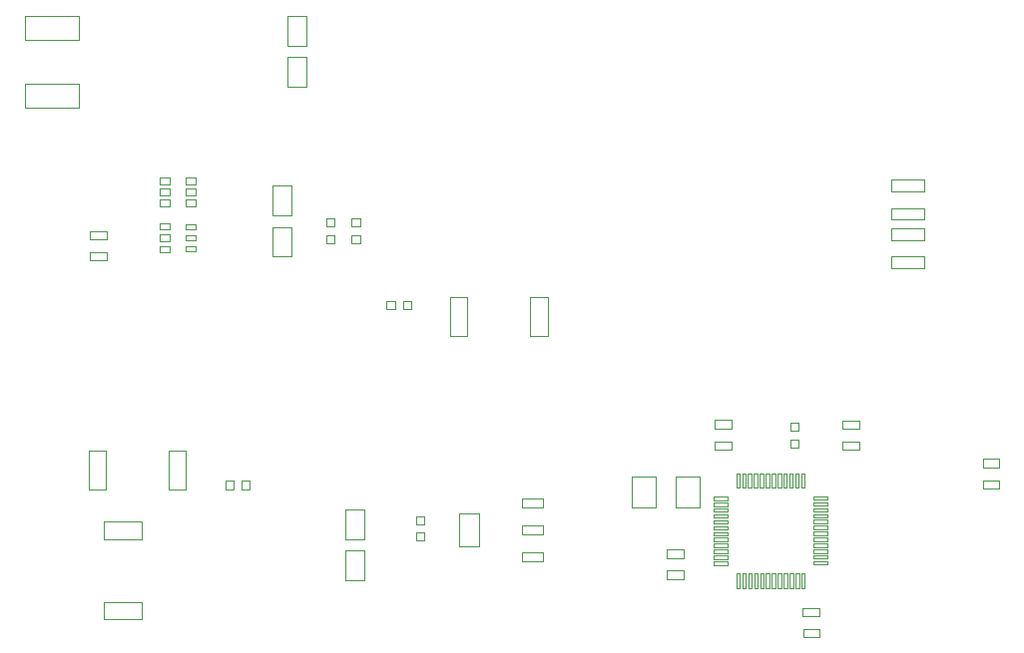
<source format=gm1>
G04*
G04 #@! TF.GenerationSoftware,Altium Limited,Altium Designer,21.0.8 (223)*
G04*
G04 Layer_Color=16711935*
%FSTAX24Y24*%
%MOIN*%
G70*
G04*
G04 #@! TF.SameCoordinates,736B94AB-3AD6-4132-BD99-26C8E2632B86*
G04*
G04*
G04 #@! TF.FilePolarity,Positive*
G04*
G01*
G75*
%ADD23C,0.0020*%
D23*
X027803Y030683D02*
X028374D01*
X027803Y029396D02*
Y030683D01*
Y029396D02*
X028374D01*
Y030683D01*
X030484Y029396D02*
X031056D01*
Y030683D01*
X030484D02*
X031056D01*
X030484Y029396D02*
Y030683D01*
X024291Y022205D02*
X024921D01*
X024291Y02122D02*
Y022205D01*
Y02122D02*
X024921D01*
Y022205D01*
X024291Y022598D02*
X024921D01*
Y023583D01*
X024291D02*
X024921D01*
X024291Y022598D02*
Y023583D01*
X028092Y022906D02*
Y023457D01*
X028766D01*
Y022354D02*
Y023457D01*
X028092Y022354D02*
X028766D01*
X028092D02*
Y023043D01*
X030206Y021931D02*
Y022138D01*
Y023734D02*
Y023941D01*
X030894D01*
Y023665D02*
Y023941D01*
X030206Y023665D02*
X030894D01*
X030206D02*
Y023803D01*
Y022833D02*
Y023039D01*
X030894D01*
Y022764D02*
Y023039D01*
X030206Y022764D02*
X030894D01*
X030206D02*
Y022902D01*
Y022138D02*
X030894D01*
Y021862D02*
Y022138D01*
X030206Y021862D02*
X030894D01*
X030206D02*
Y022D01*
X036594Y024012D02*
X037067D01*
X036594Y023894D02*
Y024012D01*
Y023894D02*
X037067D01*
Y024012D01*
X036594Y023815D02*
X037067D01*
X036594Y023697D02*
Y023815D01*
Y023697D02*
X037067D01*
Y023815D01*
X036594Y023618D02*
X037067D01*
X036594Y0235D02*
Y023618D01*
Y0235D02*
X037067D01*
Y023618D01*
X036594Y023421D02*
X037067D01*
X036594Y023303D02*
Y023421D01*
Y023303D02*
X037067D01*
Y023421D01*
X036594Y023224D02*
X037067D01*
X036594Y023106D02*
Y023224D01*
Y023106D02*
X037067D01*
Y023224D01*
X036594Y023028D02*
X037067D01*
X036594Y022909D02*
Y023028D01*
Y022909D02*
X037067D01*
Y023028D01*
X036594Y022831D02*
X037067D01*
X036594Y022713D02*
Y022831D01*
Y022713D02*
X037067D01*
Y022831D01*
X036594Y022634D02*
X037067D01*
X036594Y022516D02*
Y022634D01*
Y022516D02*
X037067D01*
Y022634D01*
X036594Y022437D02*
X037067D01*
X036594Y022319D02*
Y022437D01*
Y022319D02*
X037067D01*
Y022437D01*
X036594Y02224D02*
X037067D01*
X036594Y022122D02*
Y02224D01*
Y022122D02*
X037067D01*
Y02224D01*
X036594Y022043D02*
X037067D01*
X036594Y021925D02*
Y022043D01*
Y021925D02*
X037067D01*
Y022043D01*
X036594Y021846D02*
X037067D01*
X036594Y021728D02*
Y021846D01*
Y021728D02*
X037067D01*
Y021846D01*
X037366Y020965D02*
Y021437D01*
Y020965D02*
X037484D01*
Y021437D01*
X037366D02*
X037484D01*
X037563Y020965D02*
Y021437D01*
Y020965D02*
X037681D01*
Y021437D01*
X037563D02*
X037681D01*
X03776Y020965D02*
Y021437D01*
Y020965D02*
X037878D01*
Y021437D01*
X03776D02*
X037878D01*
X037957Y020965D02*
Y021437D01*
Y020965D02*
X038075D01*
Y021437D01*
X037957D02*
X038075D01*
X038154Y020965D02*
Y021437D01*
Y020965D02*
X038272D01*
Y021437D01*
X038154D02*
X038272D01*
X03835Y020965D02*
Y021437D01*
Y020965D02*
X038469D01*
Y021437D01*
X03835D02*
X038469D01*
X038547Y020965D02*
Y021437D01*
Y020965D02*
X038665D01*
Y021437D01*
X038547D02*
X038665D01*
X038744Y020965D02*
Y021437D01*
Y020965D02*
X038862D01*
Y021437D01*
X038744D02*
X038862D01*
X038941Y020965D02*
Y021437D01*
Y020965D02*
X039059D01*
Y021437D01*
X038941D02*
X039059D01*
X039138Y020965D02*
Y021437D01*
Y020965D02*
X039256D01*
Y021437D01*
X039138D02*
X039256D01*
X039335Y020965D02*
Y021437D01*
Y020965D02*
X039453D01*
Y021437D01*
X039335D02*
X039453D01*
X039532Y020965D02*
Y021437D01*
Y020965D02*
X03965D01*
Y021437D01*
X039532D02*
X03965D01*
X039941Y021736D02*
X040413D01*
Y021854D01*
X039941D02*
X040413D01*
X039941Y021736D02*
Y021854D01*
Y021933D02*
X040413D01*
Y022051D01*
X039941D02*
X040413D01*
X039941Y021933D02*
Y022051D01*
Y02213D02*
X040413D01*
Y022248D01*
X039941D02*
X040413D01*
X039941Y02213D02*
Y022248D01*
Y022327D02*
X040413D01*
Y022445D01*
X039941D02*
X040413D01*
X039941Y022327D02*
Y022445D01*
Y022524D02*
X040413D01*
Y022642D01*
X039941D02*
X040413D01*
X039941Y022524D02*
Y022642D01*
Y02272D02*
X040413D01*
Y022839D01*
X039941D02*
X040413D01*
X039941Y02272D02*
Y022839D01*
Y022917D02*
X040413D01*
Y023035D01*
X039941D02*
X040413D01*
X039941Y022917D02*
Y023035D01*
Y023114D02*
X040413D01*
Y023232D01*
X039941D02*
X040413D01*
X039941Y023114D02*
Y023232D01*
Y023311D02*
X040413D01*
Y023429D01*
X039941D02*
X040413D01*
X039941Y023311D02*
Y023429D01*
Y023508D02*
X040413D01*
Y023626D01*
X039941D02*
X040413D01*
X039941Y023508D02*
Y023626D01*
Y023705D02*
X040413D01*
Y023823D01*
X039941D02*
X040413D01*
X039941Y023705D02*
Y023823D01*
Y023902D02*
X040413D01*
Y02402D01*
X039941D02*
X040413D01*
X039941Y023902D02*
Y02402D01*
X039642Y024311D02*
Y024783D01*
X039524D02*
X039642D01*
X039524Y024311D02*
Y024783D01*
Y024311D02*
X039642D01*
X039445D02*
Y024783D01*
X039327D02*
X039445D01*
X039327Y024311D02*
Y024783D01*
Y024311D02*
X039445D01*
X039248D02*
Y024783D01*
X03913D02*
X039248D01*
X03913Y024311D02*
Y024783D01*
Y024311D02*
X039248D01*
X039051D02*
Y024783D01*
X038933D02*
X039051D01*
X038933Y024311D02*
Y024783D01*
Y024311D02*
X039051D01*
X038854D02*
Y024783D01*
X038736D02*
X038854D01*
X038736Y024311D02*
Y024783D01*
Y024311D02*
X038854D01*
X038657D02*
Y024783D01*
X038539D02*
X038657D01*
X038539Y024311D02*
Y024783D01*
Y024311D02*
X038657D01*
X038461D02*
Y024783D01*
X038343D02*
X038461D01*
X038343Y024311D02*
Y024783D01*
Y024311D02*
X038461D01*
X038264D02*
Y024783D01*
X038146D02*
X038264D01*
X038146Y024311D02*
Y024783D01*
Y024311D02*
X038264D01*
X038067D02*
Y024783D01*
X037949D02*
X038067D01*
X037949Y024311D02*
Y024783D01*
Y024311D02*
X038067D01*
X03787D02*
Y024783D01*
X037752D02*
X03787D01*
X037752Y024311D02*
Y024783D01*
Y024311D02*
X03787D01*
X037673D02*
Y024783D01*
X037555D02*
X037673D01*
X037555Y024311D02*
Y024783D01*
Y024311D02*
X037673D01*
X037476D02*
Y024783D01*
X037358D02*
X037476D01*
X037358Y024311D02*
Y024783D01*
Y024311D02*
X037476D01*
X04559Y02456D02*
X045592Y024562D01*
X04559Y024542D02*
Y02456D01*
X04559Y02456D02*
X04559Y024561D01*
X045592Y024562D02*
X046141D01*
X046142Y024561D01*
Y024289D02*
Y024561D01*
X04614Y024286D02*
X046142Y024289D01*
X045591Y024286D02*
X04614D01*
X04559Y024287D02*
X045591Y024286D01*
X04559Y024287D02*
Y024542D01*
X046139Y024993D02*
X046141Y024995D01*
Y025014D01*
X046141Y024995D02*
X046141Y024995D01*
X04559Y024993D02*
X046139D01*
X045589Y024994D02*
X04559Y024993D01*
X045589Y024994D02*
Y025267D01*
X045591Y025269D01*
X046141D01*
X046141Y025269D01*
Y025014D02*
Y025269D01*
X043622Y034213D02*
Y034606D01*
X04252D02*
X043622D01*
X04252Y034213D02*
Y034606D01*
Y034213D02*
X043622D01*
X04252Y033268D02*
Y033661D01*
Y033268D02*
X043622D01*
Y033661D01*
X04252D02*
X043622D01*
X04252Y031654D02*
Y032047D01*
Y031654D02*
X043622D01*
Y032047D01*
X04252D02*
X043622D01*
Y032598D02*
Y032992D01*
X04252D02*
X043622D01*
X04252Y032598D02*
Y032992D01*
Y032598D02*
X043622D01*
X039587Y019312D02*
Y019567D01*
Y019312D02*
X039587Y019312D01*
X040137D01*
X040139Y019314D01*
Y019587D01*
X040138Y019588D02*
X040139Y019587D01*
X039589Y019588D02*
X040138D01*
X039587Y019586D02*
X039587Y019586D01*
X039587Y019567D02*
Y019586D01*
X039589Y019588D01*
X040138Y020039D02*
Y020294D01*
X040137Y020295D02*
X040138Y020294D01*
X039588Y020295D02*
X040137D01*
X039586Y020292D02*
X039588Y020295D01*
X039586Y02002D02*
Y020292D01*
Y02002D02*
X039587Y020019D01*
X040136D01*
X040138Y02002D02*
X040138Y02002D01*
X040138Y02002D02*
Y020039D01*
X040136Y020019D02*
X040138Y02002D01*
X037199Y026315D02*
Y026569D01*
X037199Y02657D02*
X037199Y026569D01*
X036649Y02657D02*
X037199D01*
X036647Y026568D02*
X036649Y02657D01*
X036647Y026295D02*
Y026568D01*
Y026295D02*
X036648Y026294D01*
X037197D01*
X037199Y026296D02*
X037199Y026296D01*
X037199Y026296D02*
Y026315D01*
X037197Y026294D02*
X037199Y026296D01*
X036648Y025588D02*
Y025842D01*
Y025588D02*
X036649Y025587D01*
X037198D01*
X0372Y025589D01*
Y025862D01*
X037199Y025863D02*
X0372Y025862D01*
X03665Y025863D02*
X037199D01*
X036648Y025861D02*
X036648Y025861D01*
X036648Y025842D02*
Y025861D01*
X03665Y025863D01*
X039154Y025925D02*
X039429D01*
Y025787D02*
Y025925D01*
Y02565D02*
Y025787D01*
X039154Y02565D02*
X039429D01*
X039154D02*
Y025925D01*
Y026201D02*
X039429D01*
X039154D02*
Y026339D01*
Y026476D01*
X039429D01*
Y026201D02*
Y026476D01*
X041457Y026299D02*
Y026554D01*
X041456Y026554D02*
X041457Y026554D01*
X040907Y026554D02*
X041456D01*
X040905Y026552D02*
X040907Y026554D01*
X040905Y02628D02*
Y026552D01*
Y02628D02*
X040906Y026278D01*
X041455D01*
X041456Y02628D02*
X041457Y02628D01*
X041457Y02628D02*
Y026299D01*
X041455Y026278D02*
X041457Y02628D01*
X040906Y025572D02*
Y025827D01*
Y025572D02*
X040906Y025572D01*
X041455D01*
X041458Y025574D01*
Y025846D01*
X041456Y025848D02*
X041458Y025846D01*
X040907Y025848D02*
X041456D01*
X040906Y025846D02*
X040906Y025846D01*
X040906Y025827D02*
Y025846D01*
X040907Y025848D01*
X035593Y021984D02*
Y022239D01*
X035592Y02224D02*
X035593Y022239D01*
X035043Y02224D02*
X035592D01*
X035041Y022237D02*
X035043Y02224D01*
X035041Y021965D02*
Y022237D01*
Y021965D02*
X035042Y021964D01*
X035591D01*
X035593Y021965D02*
X035593Y021966D01*
X035593Y021966D02*
Y021984D01*
X035591Y021964D02*
X035593Y021966D01*
X035042Y021257D02*
Y021512D01*
Y021257D02*
X035043Y021257D01*
X035592D01*
X035594Y021259D01*
Y021532D01*
X035593Y021533D02*
X035594Y021532D01*
X035044Y021533D02*
X035593D01*
X035042Y021531D02*
X035042Y021531D01*
X035042Y021512D02*
Y021531D01*
X035044Y021533D01*
X034665Y023661D02*
Y024685D01*
X033878Y023661D02*
X034665D01*
X033878D02*
Y024685D01*
X034665D01*
X035335Y023661D02*
Y024685D01*
X036122D01*
Y023661D02*
Y024685D01*
X035335Y023661D02*
X036122D01*
X026237Y030282D02*
X026513D01*
Y030557D01*
X026375D02*
X026513D01*
X026237D02*
X026375D01*
X026237Y030282D02*
Y030557D01*
X025686D02*
X025962D01*
X025686Y030282D02*
Y030557D01*
Y030282D02*
X025824D01*
X025962D01*
Y030557D01*
X024788Y033038D02*
Y033313D01*
X024512D02*
X024788D01*
X024512Y033176D02*
Y033313D01*
Y033038D02*
Y033176D01*
Y033038D02*
X024788D01*
X024512Y032487D02*
Y032762D01*
Y032487D02*
X024788D01*
Y032624D01*
Y032762D01*
X024512D02*
X024788D01*
X023942Y033035D02*
Y03331D01*
X023667D02*
X023942D01*
X023667Y033173D02*
Y03331D01*
Y033035D02*
Y033173D01*
Y033035D02*
X023942D01*
X023667Y032484D02*
Y032759D01*
Y032484D02*
X023942D01*
Y032621D01*
Y032759D01*
X023667D02*
X023942D01*
X026662Y022537D02*
Y022812D01*
Y022537D02*
X026938D01*
Y022674D01*
Y022812D01*
X026662D02*
X026938D01*
Y023088D02*
Y023363D01*
X026662D02*
X026938D01*
X026662Y023226D02*
Y023363D01*
Y023088D02*
Y023226D01*
Y023088D02*
X026938D01*
X021885Y03303D02*
X022515D01*
X021885Y032046D02*
Y03303D01*
Y032046D02*
X022515D01*
Y03303D01*
X021885Y033424D02*
X022515D01*
Y034408D01*
X021885D02*
X022515D01*
X021885Y033424D02*
Y034408D01*
X015406Y039298D02*
Y040085D01*
X013594D02*
X015406D01*
X013594Y039298D02*
Y040085D01*
Y039298D02*
X015406D01*
X013594Y037015D02*
Y037802D01*
Y037015D02*
X015406D01*
Y037802D01*
X013594D02*
X015406D01*
X016326Y032636D02*
Y032891D01*
X016325Y032891D02*
X016326Y032891D01*
X015776Y032891D02*
X016325D01*
X015773Y032889D02*
X015776Y032891D01*
X015773Y032617D02*
Y032889D01*
Y032617D02*
X015775Y032615D01*
X016324D01*
X016325Y032617D02*
X016326Y032617D01*
X016326Y032617D02*
Y032636D01*
X016324Y032615D02*
X016326Y032617D01*
X015774Y031909D02*
Y032164D01*
Y031909D02*
X015775Y031909D01*
X016324D01*
X016327Y031911D01*
Y032183D01*
X016325Y032185D02*
X016327Y032183D01*
X015776Y032185D02*
X016325D01*
X015774Y032183D02*
X015775Y032183D01*
X015774Y032164D02*
Y032183D01*
X015776Y032185D01*
X018966Y032368D02*
X01929D01*
Y032211D02*
Y032368D01*
X018966Y032211D02*
Y032368D01*
X018975Y032959D02*
Y033116D01*
Y032959D02*
X019289D01*
X018975Y033116D02*
X019289D01*
X018424Y032933D02*
Y033146D01*
X018102Y032191D02*
X018429D01*
X018102D02*
Y032396D01*
X018429D01*
Y032191D02*
Y032396D01*
X018105Y032564D02*
X018424D01*
X018105D02*
Y03277D01*
X018424D01*
Y032564D02*
Y03277D01*
X018109Y032933D02*
X018424D01*
X018109D02*
Y033146D01*
X018424D01*
X019289Y032959D02*
Y033116D01*
X01897Y032742D02*
X019293D01*
Y032585D02*
Y032742D01*
X01897Y032585D02*
X019293D01*
X01897D02*
Y032742D01*
X018966Y032211D02*
X01929D01*
X018424Y034456D02*
Y034692D01*
X018109D02*
X018424D01*
X018109Y034456D02*
Y034692D01*
Y034456D02*
X018424D01*
Y034082D02*
Y034318D01*
X018109D02*
X018424D01*
X018109Y034082D02*
Y034318D01*
Y034082D02*
X018424D01*
Y033708D02*
Y033944D01*
X018109D02*
X018424D01*
X018109Y033708D02*
Y033944D01*
Y033708D02*
X018424D01*
X019291D02*
Y033944D01*
X018976Y033708D02*
Y033944D01*
Y033708D02*
X019291D01*
X018976Y033944D02*
X019291D01*
X018976Y034082D02*
Y034318D01*
Y034082D02*
X019291D01*
Y034318D01*
X018976D02*
X019291D01*
X018976Y034456D02*
Y034692D01*
Y034456D02*
X019291D01*
Y034692D01*
X018976D02*
X019291D01*
X022385Y039097D02*
Y040081D01*
X023015D01*
Y039097D02*
Y040081D01*
X022385Y039097D02*
X023015D01*
Y037719D02*
Y038703D01*
X022385Y037719D02*
X023015D01*
X022385D02*
Y038703D01*
X023015D01*
X018405Y024256D02*
X018976D01*
Y025544D01*
X018405D02*
X018976D01*
X018405Y024256D02*
Y025544D01*
X015724D02*
X016295D01*
X015724Y024256D02*
Y025544D01*
Y024256D02*
X016295D01*
Y025544D01*
X020287Y024538D02*
X020562D01*
X020287Y024262D02*
Y024538D01*
Y024262D02*
X020424D01*
X020562D01*
Y024538D01*
X020838Y024262D02*
X021113D01*
Y024538D01*
X020976D02*
X021113D01*
X020838D02*
X020976D01*
X020838Y024262D02*
Y024538D01*
X016227Y019916D02*
Y020488D01*
Y019916D02*
X017515D01*
Y020488D01*
X016227D02*
X017515D01*
Y022597D02*
Y023169D01*
X016227D02*
X017515D01*
X016227Y022597D02*
Y023169D01*
Y022597D02*
X017515D01*
M02*

</source>
